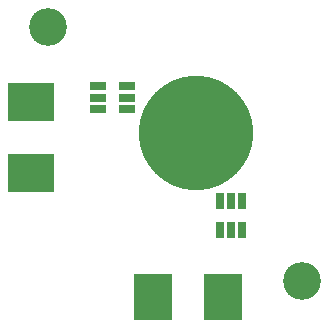
<source format=gts>
G04 Layer_Color=8388736*
%FSAX25Y25*%
%MOIN*%
G70*
G01*
G75*
%ADD45R,0.02965X0.05524*%
%ADD46R,0.05524X0.02965*%
%ADD47R,0.15367X0.12611*%
%ADD48R,0.12611X0.15367*%
%ADD49C,0.12611*%
%ADD50C,0.38202*%
D45*
X0172886Y0195850D02*
D03*
X0176626D02*
D03*
X0180366D02*
D03*
X0172886Y0205299D02*
D03*
X0176626D02*
D03*
X0180366D02*
D03*
D46*
X0132374Y0243685D02*
D03*
Y0239945D02*
D03*
Y0236205D02*
D03*
X0141823Y0243685D02*
D03*
Y0239945D02*
D03*
Y0236205D02*
D03*
D47*
X0109894Y0238370D02*
D03*
Y0214748D02*
D03*
D48*
X0174067Y0173409D02*
D03*
X0150445D02*
D03*
D49*
X0200248Y0178921D02*
D03*
X0115602Y0263567D02*
D03*
D50*
X0164815Y0228134D02*
D03*
M02*

</source>
